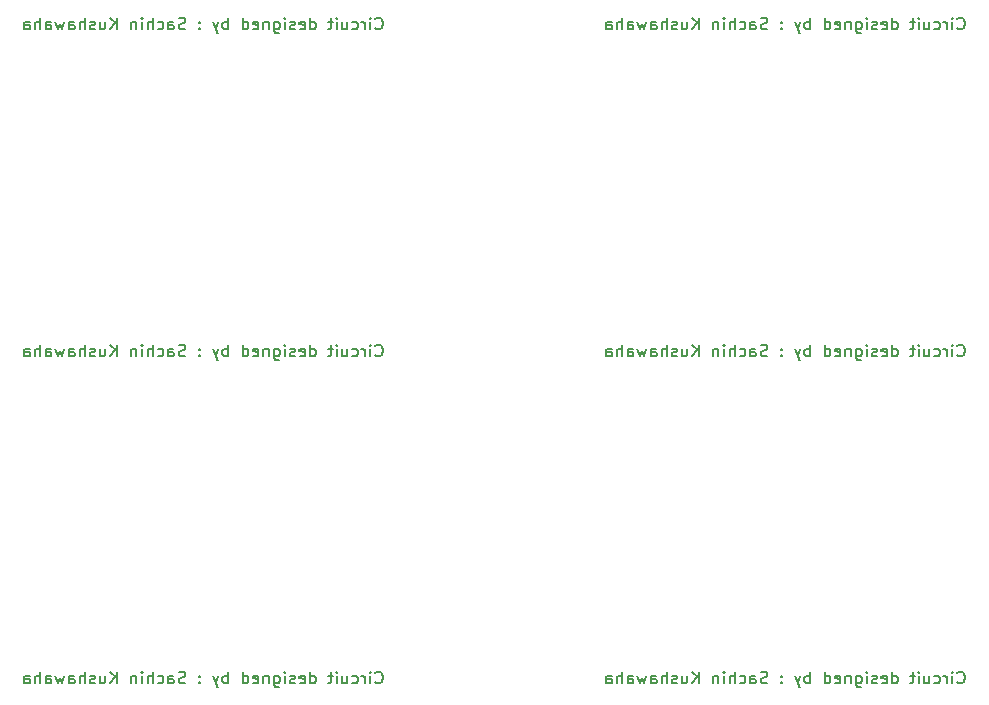
<source format=gbr>
G04 #@! TF.GenerationSoftware,KiCad,Pcbnew,5.1.4+dfsg1-1~bpo10+1*
G04 #@! TF.CreationDate,2022-07-21T16:49:21+05:30*
G04 #@! TF.ProjectId,555timer,35353574-696d-4657-922e-6b696361645f,rev?*
G04 #@! TF.SameCoordinates,Original*
G04 #@! TF.FileFunction,Legend,Bot*
G04 #@! TF.FilePolarity,Positive*
%FSLAX46Y46*%
G04 Gerber Fmt 4.6, Leading zero omitted, Abs format (unit mm)*
G04 Created by KiCad (PCBNEW 5.1.4+dfsg1-1~bpo10+1) date 2022-07-21 16:49:21*
%MOMM*%
%LPD*%
G04 APERTURE LIST*
%ADD10C,0.150000*%
G04 APERTURE END LIST*
D10*
X113885428Y-56237142D02*
X113933047Y-56284761D01*
X114075904Y-56332380D01*
X114171142Y-56332380D01*
X114314000Y-56284761D01*
X114409238Y-56189523D01*
X114456857Y-56094285D01*
X114504476Y-55903809D01*
X114504476Y-55760952D01*
X114456857Y-55570476D01*
X114409238Y-55475238D01*
X114314000Y-55380000D01*
X114171142Y-55332380D01*
X114075904Y-55332380D01*
X113933047Y-55380000D01*
X113885428Y-55427619D01*
X113456857Y-56332380D02*
X113456857Y-55665714D01*
X113456857Y-55332380D02*
X113504476Y-55380000D01*
X113456857Y-55427619D01*
X113409238Y-55380000D01*
X113456857Y-55332380D01*
X113456857Y-55427619D01*
X112980666Y-56332380D02*
X112980666Y-55665714D01*
X112980666Y-55856190D02*
X112933047Y-55760952D01*
X112885428Y-55713333D01*
X112790190Y-55665714D01*
X112694952Y-55665714D01*
X111933047Y-56284761D02*
X112028285Y-56332380D01*
X112218761Y-56332380D01*
X112314000Y-56284761D01*
X112361619Y-56237142D01*
X112409238Y-56141904D01*
X112409238Y-55856190D01*
X112361619Y-55760952D01*
X112314000Y-55713333D01*
X112218761Y-55665714D01*
X112028285Y-55665714D01*
X111933047Y-55713333D01*
X111075904Y-55665714D02*
X111075904Y-56332380D01*
X111504476Y-55665714D02*
X111504476Y-56189523D01*
X111456857Y-56284761D01*
X111361619Y-56332380D01*
X111218761Y-56332380D01*
X111123523Y-56284761D01*
X111075904Y-56237142D01*
X110599714Y-56332380D02*
X110599714Y-55665714D01*
X110599714Y-55332380D02*
X110647333Y-55380000D01*
X110599714Y-55427619D01*
X110552095Y-55380000D01*
X110599714Y-55332380D01*
X110599714Y-55427619D01*
X110266380Y-55665714D02*
X109885428Y-55665714D01*
X110123523Y-55332380D02*
X110123523Y-56189523D01*
X110075904Y-56284761D01*
X109980666Y-56332380D01*
X109885428Y-56332380D01*
X108361619Y-56332380D02*
X108361619Y-55332380D01*
X108361619Y-56284761D02*
X108456857Y-56332380D01*
X108647333Y-56332380D01*
X108742571Y-56284761D01*
X108790190Y-56237142D01*
X108837809Y-56141904D01*
X108837809Y-55856190D01*
X108790190Y-55760952D01*
X108742571Y-55713333D01*
X108647333Y-55665714D01*
X108456857Y-55665714D01*
X108361619Y-55713333D01*
X107504476Y-56284761D02*
X107599714Y-56332380D01*
X107790190Y-56332380D01*
X107885428Y-56284761D01*
X107933047Y-56189523D01*
X107933047Y-55808571D01*
X107885428Y-55713333D01*
X107790190Y-55665714D01*
X107599714Y-55665714D01*
X107504476Y-55713333D01*
X107456857Y-55808571D01*
X107456857Y-55903809D01*
X107933047Y-55999047D01*
X107075904Y-56284761D02*
X106980666Y-56332380D01*
X106790190Y-56332380D01*
X106694952Y-56284761D01*
X106647333Y-56189523D01*
X106647333Y-56141904D01*
X106694952Y-56046666D01*
X106790190Y-55999047D01*
X106933047Y-55999047D01*
X107028285Y-55951428D01*
X107075904Y-55856190D01*
X107075904Y-55808571D01*
X107028285Y-55713333D01*
X106933047Y-55665714D01*
X106790190Y-55665714D01*
X106694952Y-55713333D01*
X106218761Y-56332380D02*
X106218761Y-55665714D01*
X106218761Y-55332380D02*
X106266380Y-55380000D01*
X106218761Y-55427619D01*
X106171142Y-55380000D01*
X106218761Y-55332380D01*
X106218761Y-55427619D01*
X105314000Y-55665714D02*
X105314000Y-56475238D01*
X105361619Y-56570476D01*
X105409238Y-56618095D01*
X105504476Y-56665714D01*
X105647333Y-56665714D01*
X105742571Y-56618095D01*
X105314000Y-56284761D02*
X105409238Y-56332380D01*
X105599714Y-56332380D01*
X105694952Y-56284761D01*
X105742571Y-56237142D01*
X105790190Y-56141904D01*
X105790190Y-55856190D01*
X105742571Y-55760952D01*
X105694952Y-55713333D01*
X105599714Y-55665714D01*
X105409238Y-55665714D01*
X105314000Y-55713333D01*
X104837809Y-55665714D02*
X104837809Y-56332380D01*
X104837809Y-55760952D02*
X104790190Y-55713333D01*
X104694952Y-55665714D01*
X104552095Y-55665714D01*
X104456857Y-55713333D01*
X104409238Y-55808571D01*
X104409238Y-56332380D01*
X103552095Y-56284761D02*
X103647333Y-56332380D01*
X103837809Y-56332380D01*
X103933047Y-56284761D01*
X103980666Y-56189523D01*
X103980666Y-55808571D01*
X103933047Y-55713333D01*
X103837809Y-55665714D01*
X103647333Y-55665714D01*
X103552095Y-55713333D01*
X103504476Y-55808571D01*
X103504476Y-55903809D01*
X103980666Y-55999047D01*
X102647333Y-56332380D02*
X102647333Y-55332380D01*
X102647333Y-56284761D02*
X102742571Y-56332380D01*
X102933047Y-56332380D01*
X103028285Y-56284761D01*
X103075904Y-56237142D01*
X103123523Y-56141904D01*
X103123523Y-55856190D01*
X103075904Y-55760952D01*
X103028285Y-55713333D01*
X102933047Y-55665714D01*
X102742571Y-55665714D01*
X102647333Y-55713333D01*
X101409238Y-56332380D02*
X101409238Y-55332380D01*
X101409238Y-55713333D02*
X101314000Y-55665714D01*
X101123523Y-55665714D01*
X101028285Y-55713333D01*
X100980666Y-55760952D01*
X100933047Y-55856190D01*
X100933047Y-56141904D01*
X100980666Y-56237142D01*
X101028285Y-56284761D01*
X101123523Y-56332380D01*
X101314000Y-56332380D01*
X101409238Y-56284761D01*
X100599714Y-55665714D02*
X100361619Y-56332380D01*
X100123523Y-55665714D02*
X100361619Y-56332380D01*
X100456857Y-56570476D01*
X100504476Y-56618095D01*
X100599714Y-56665714D01*
X98980666Y-56237142D02*
X98933047Y-56284761D01*
X98980666Y-56332380D01*
X99028285Y-56284761D01*
X98980666Y-56237142D01*
X98980666Y-56332380D01*
X98980666Y-55713333D02*
X98933047Y-55760952D01*
X98980666Y-55808571D01*
X99028285Y-55760952D01*
X98980666Y-55713333D01*
X98980666Y-55808571D01*
X97790190Y-56284761D02*
X97647333Y-56332380D01*
X97409238Y-56332380D01*
X97314000Y-56284761D01*
X97266380Y-56237142D01*
X97218761Y-56141904D01*
X97218761Y-56046666D01*
X97266380Y-55951428D01*
X97314000Y-55903809D01*
X97409238Y-55856190D01*
X97599714Y-55808571D01*
X97694952Y-55760952D01*
X97742571Y-55713333D01*
X97790190Y-55618095D01*
X97790190Y-55522857D01*
X97742571Y-55427619D01*
X97694952Y-55380000D01*
X97599714Y-55332380D01*
X97361619Y-55332380D01*
X97218761Y-55380000D01*
X96361619Y-56332380D02*
X96361619Y-55808571D01*
X96409238Y-55713333D01*
X96504476Y-55665714D01*
X96694952Y-55665714D01*
X96790190Y-55713333D01*
X96361619Y-56284761D02*
X96456857Y-56332380D01*
X96694952Y-56332380D01*
X96790190Y-56284761D01*
X96837809Y-56189523D01*
X96837809Y-56094285D01*
X96790190Y-55999047D01*
X96694952Y-55951428D01*
X96456857Y-55951428D01*
X96361619Y-55903809D01*
X95456857Y-56284761D02*
X95552095Y-56332380D01*
X95742571Y-56332380D01*
X95837809Y-56284761D01*
X95885428Y-56237142D01*
X95933047Y-56141904D01*
X95933047Y-55856190D01*
X95885428Y-55760952D01*
X95837809Y-55713333D01*
X95742571Y-55665714D01*
X95552095Y-55665714D01*
X95456857Y-55713333D01*
X95028285Y-56332380D02*
X95028285Y-55332380D01*
X94599714Y-56332380D02*
X94599714Y-55808571D01*
X94647333Y-55713333D01*
X94742571Y-55665714D01*
X94885428Y-55665714D01*
X94980666Y-55713333D01*
X95028285Y-55760952D01*
X94123523Y-56332380D02*
X94123523Y-55665714D01*
X94123523Y-55332380D02*
X94171142Y-55380000D01*
X94123523Y-55427619D01*
X94075904Y-55380000D01*
X94123523Y-55332380D01*
X94123523Y-55427619D01*
X93647333Y-55665714D02*
X93647333Y-56332380D01*
X93647333Y-55760952D02*
X93599714Y-55713333D01*
X93504476Y-55665714D01*
X93361619Y-55665714D01*
X93266380Y-55713333D01*
X93218761Y-55808571D01*
X93218761Y-56332380D01*
X91980666Y-56332380D02*
X91980666Y-55332380D01*
X91409238Y-56332380D02*
X91837809Y-55760952D01*
X91409238Y-55332380D02*
X91980666Y-55903809D01*
X90552095Y-55665714D02*
X90552095Y-56332380D01*
X90980666Y-55665714D02*
X90980666Y-56189523D01*
X90933047Y-56284761D01*
X90837809Y-56332380D01*
X90694952Y-56332380D01*
X90599714Y-56284761D01*
X90552095Y-56237142D01*
X90123523Y-56284761D02*
X90028285Y-56332380D01*
X89837809Y-56332380D01*
X89742571Y-56284761D01*
X89694952Y-56189523D01*
X89694952Y-56141904D01*
X89742571Y-56046666D01*
X89837809Y-55999047D01*
X89980666Y-55999047D01*
X90075904Y-55951428D01*
X90123523Y-55856190D01*
X90123523Y-55808571D01*
X90075904Y-55713333D01*
X89980666Y-55665714D01*
X89837809Y-55665714D01*
X89742571Y-55713333D01*
X89266380Y-56332380D02*
X89266380Y-55332380D01*
X88837809Y-56332380D02*
X88837809Y-55808571D01*
X88885428Y-55713333D01*
X88980666Y-55665714D01*
X89123523Y-55665714D01*
X89218761Y-55713333D01*
X89266380Y-55760952D01*
X87933047Y-56332380D02*
X87933047Y-55808571D01*
X87980666Y-55713333D01*
X88075904Y-55665714D01*
X88266380Y-55665714D01*
X88361619Y-55713333D01*
X87933047Y-56284761D02*
X88028285Y-56332380D01*
X88266380Y-56332380D01*
X88361619Y-56284761D01*
X88409238Y-56189523D01*
X88409238Y-56094285D01*
X88361619Y-55999047D01*
X88266380Y-55951428D01*
X88028285Y-55951428D01*
X87933047Y-55903809D01*
X87552095Y-55665714D02*
X87361619Y-56332380D01*
X87171142Y-55856190D01*
X86980666Y-56332380D01*
X86790190Y-55665714D01*
X85980666Y-56332380D02*
X85980666Y-55808571D01*
X86028285Y-55713333D01*
X86123523Y-55665714D01*
X86314000Y-55665714D01*
X86409238Y-55713333D01*
X85980666Y-56284761D02*
X86075904Y-56332380D01*
X86314000Y-56332380D01*
X86409238Y-56284761D01*
X86456857Y-56189523D01*
X86456857Y-56094285D01*
X86409238Y-55999047D01*
X86314000Y-55951428D01*
X86075904Y-55951428D01*
X85980666Y-55903809D01*
X85504476Y-56332380D02*
X85504476Y-55332380D01*
X85075904Y-56332380D02*
X85075904Y-55808571D01*
X85123523Y-55713333D01*
X85218761Y-55665714D01*
X85361619Y-55665714D01*
X85456857Y-55713333D01*
X85504476Y-55760952D01*
X84171142Y-56332380D02*
X84171142Y-55808571D01*
X84218761Y-55713333D01*
X84314000Y-55665714D01*
X84504476Y-55665714D01*
X84599714Y-55713333D01*
X84171142Y-56284761D02*
X84266380Y-56332380D01*
X84504476Y-56332380D01*
X84599714Y-56284761D01*
X84647333Y-56189523D01*
X84647333Y-56094285D01*
X84599714Y-55999047D01*
X84504476Y-55951428D01*
X84266380Y-55951428D01*
X84171142Y-55903809D01*
X113885428Y-28551142D02*
X113933047Y-28598761D01*
X114075904Y-28646380D01*
X114171142Y-28646380D01*
X114314000Y-28598761D01*
X114409238Y-28503523D01*
X114456857Y-28408285D01*
X114504476Y-28217809D01*
X114504476Y-28074952D01*
X114456857Y-27884476D01*
X114409238Y-27789238D01*
X114314000Y-27694000D01*
X114171142Y-27646380D01*
X114075904Y-27646380D01*
X113933047Y-27694000D01*
X113885428Y-27741619D01*
X113456857Y-28646380D02*
X113456857Y-27979714D01*
X113456857Y-27646380D02*
X113504476Y-27694000D01*
X113456857Y-27741619D01*
X113409238Y-27694000D01*
X113456857Y-27646380D01*
X113456857Y-27741619D01*
X112980666Y-28646380D02*
X112980666Y-27979714D01*
X112980666Y-28170190D02*
X112933047Y-28074952D01*
X112885428Y-28027333D01*
X112790190Y-27979714D01*
X112694952Y-27979714D01*
X111933047Y-28598761D02*
X112028285Y-28646380D01*
X112218761Y-28646380D01*
X112314000Y-28598761D01*
X112361619Y-28551142D01*
X112409238Y-28455904D01*
X112409238Y-28170190D01*
X112361619Y-28074952D01*
X112314000Y-28027333D01*
X112218761Y-27979714D01*
X112028285Y-27979714D01*
X111933047Y-28027333D01*
X111075904Y-27979714D02*
X111075904Y-28646380D01*
X111504476Y-27979714D02*
X111504476Y-28503523D01*
X111456857Y-28598761D01*
X111361619Y-28646380D01*
X111218761Y-28646380D01*
X111123523Y-28598761D01*
X111075904Y-28551142D01*
X110599714Y-28646380D02*
X110599714Y-27979714D01*
X110599714Y-27646380D02*
X110647333Y-27694000D01*
X110599714Y-27741619D01*
X110552095Y-27694000D01*
X110599714Y-27646380D01*
X110599714Y-27741619D01*
X110266380Y-27979714D02*
X109885428Y-27979714D01*
X110123523Y-27646380D02*
X110123523Y-28503523D01*
X110075904Y-28598761D01*
X109980666Y-28646380D01*
X109885428Y-28646380D01*
X108361619Y-28646380D02*
X108361619Y-27646380D01*
X108361619Y-28598761D02*
X108456857Y-28646380D01*
X108647333Y-28646380D01*
X108742571Y-28598761D01*
X108790190Y-28551142D01*
X108837809Y-28455904D01*
X108837809Y-28170190D01*
X108790190Y-28074952D01*
X108742571Y-28027333D01*
X108647333Y-27979714D01*
X108456857Y-27979714D01*
X108361619Y-28027333D01*
X107504476Y-28598761D02*
X107599714Y-28646380D01*
X107790190Y-28646380D01*
X107885428Y-28598761D01*
X107933047Y-28503523D01*
X107933047Y-28122571D01*
X107885428Y-28027333D01*
X107790190Y-27979714D01*
X107599714Y-27979714D01*
X107504476Y-28027333D01*
X107456857Y-28122571D01*
X107456857Y-28217809D01*
X107933047Y-28313047D01*
X107075904Y-28598761D02*
X106980666Y-28646380D01*
X106790190Y-28646380D01*
X106694952Y-28598761D01*
X106647333Y-28503523D01*
X106647333Y-28455904D01*
X106694952Y-28360666D01*
X106790190Y-28313047D01*
X106933047Y-28313047D01*
X107028285Y-28265428D01*
X107075904Y-28170190D01*
X107075904Y-28122571D01*
X107028285Y-28027333D01*
X106933047Y-27979714D01*
X106790190Y-27979714D01*
X106694952Y-28027333D01*
X106218761Y-28646380D02*
X106218761Y-27979714D01*
X106218761Y-27646380D02*
X106266380Y-27694000D01*
X106218761Y-27741619D01*
X106171142Y-27694000D01*
X106218761Y-27646380D01*
X106218761Y-27741619D01*
X105314000Y-27979714D02*
X105314000Y-28789238D01*
X105361619Y-28884476D01*
X105409238Y-28932095D01*
X105504476Y-28979714D01*
X105647333Y-28979714D01*
X105742571Y-28932095D01*
X105314000Y-28598761D02*
X105409238Y-28646380D01*
X105599714Y-28646380D01*
X105694952Y-28598761D01*
X105742571Y-28551142D01*
X105790190Y-28455904D01*
X105790190Y-28170190D01*
X105742571Y-28074952D01*
X105694952Y-28027333D01*
X105599714Y-27979714D01*
X105409238Y-27979714D01*
X105314000Y-28027333D01*
X104837809Y-27979714D02*
X104837809Y-28646380D01*
X104837809Y-28074952D02*
X104790190Y-28027333D01*
X104694952Y-27979714D01*
X104552095Y-27979714D01*
X104456857Y-28027333D01*
X104409238Y-28122571D01*
X104409238Y-28646380D01*
X103552095Y-28598761D02*
X103647333Y-28646380D01*
X103837809Y-28646380D01*
X103933047Y-28598761D01*
X103980666Y-28503523D01*
X103980666Y-28122571D01*
X103933047Y-28027333D01*
X103837809Y-27979714D01*
X103647333Y-27979714D01*
X103552095Y-28027333D01*
X103504476Y-28122571D01*
X103504476Y-28217809D01*
X103980666Y-28313047D01*
X102647333Y-28646380D02*
X102647333Y-27646380D01*
X102647333Y-28598761D02*
X102742571Y-28646380D01*
X102933047Y-28646380D01*
X103028285Y-28598761D01*
X103075904Y-28551142D01*
X103123523Y-28455904D01*
X103123523Y-28170190D01*
X103075904Y-28074952D01*
X103028285Y-28027333D01*
X102933047Y-27979714D01*
X102742571Y-27979714D01*
X102647333Y-28027333D01*
X101409238Y-28646380D02*
X101409238Y-27646380D01*
X101409238Y-28027333D02*
X101314000Y-27979714D01*
X101123523Y-27979714D01*
X101028285Y-28027333D01*
X100980666Y-28074952D01*
X100933047Y-28170190D01*
X100933047Y-28455904D01*
X100980666Y-28551142D01*
X101028285Y-28598761D01*
X101123523Y-28646380D01*
X101314000Y-28646380D01*
X101409238Y-28598761D01*
X100599714Y-27979714D02*
X100361619Y-28646380D01*
X100123523Y-27979714D02*
X100361619Y-28646380D01*
X100456857Y-28884476D01*
X100504476Y-28932095D01*
X100599714Y-28979714D01*
X98980666Y-28551142D02*
X98933047Y-28598761D01*
X98980666Y-28646380D01*
X99028285Y-28598761D01*
X98980666Y-28551142D01*
X98980666Y-28646380D01*
X98980666Y-28027333D02*
X98933047Y-28074952D01*
X98980666Y-28122571D01*
X99028285Y-28074952D01*
X98980666Y-28027333D01*
X98980666Y-28122571D01*
X97790190Y-28598761D02*
X97647333Y-28646380D01*
X97409238Y-28646380D01*
X97314000Y-28598761D01*
X97266380Y-28551142D01*
X97218761Y-28455904D01*
X97218761Y-28360666D01*
X97266380Y-28265428D01*
X97314000Y-28217809D01*
X97409238Y-28170190D01*
X97599714Y-28122571D01*
X97694952Y-28074952D01*
X97742571Y-28027333D01*
X97790190Y-27932095D01*
X97790190Y-27836857D01*
X97742571Y-27741619D01*
X97694952Y-27694000D01*
X97599714Y-27646380D01*
X97361619Y-27646380D01*
X97218761Y-27694000D01*
X96361619Y-28646380D02*
X96361619Y-28122571D01*
X96409238Y-28027333D01*
X96504476Y-27979714D01*
X96694952Y-27979714D01*
X96790190Y-28027333D01*
X96361619Y-28598761D02*
X96456857Y-28646380D01*
X96694952Y-28646380D01*
X96790190Y-28598761D01*
X96837809Y-28503523D01*
X96837809Y-28408285D01*
X96790190Y-28313047D01*
X96694952Y-28265428D01*
X96456857Y-28265428D01*
X96361619Y-28217809D01*
X95456857Y-28598761D02*
X95552095Y-28646380D01*
X95742571Y-28646380D01*
X95837809Y-28598761D01*
X95885428Y-28551142D01*
X95933047Y-28455904D01*
X95933047Y-28170190D01*
X95885428Y-28074952D01*
X95837809Y-28027333D01*
X95742571Y-27979714D01*
X95552095Y-27979714D01*
X95456857Y-28027333D01*
X95028285Y-28646380D02*
X95028285Y-27646380D01*
X94599714Y-28646380D02*
X94599714Y-28122571D01*
X94647333Y-28027333D01*
X94742571Y-27979714D01*
X94885428Y-27979714D01*
X94980666Y-28027333D01*
X95028285Y-28074952D01*
X94123523Y-28646380D02*
X94123523Y-27979714D01*
X94123523Y-27646380D02*
X94171142Y-27694000D01*
X94123523Y-27741619D01*
X94075904Y-27694000D01*
X94123523Y-27646380D01*
X94123523Y-27741619D01*
X93647333Y-27979714D02*
X93647333Y-28646380D01*
X93647333Y-28074952D02*
X93599714Y-28027333D01*
X93504476Y-27979714D01*
X93361619Y-27979714D01*
X93266380Y-28027333D01*
X93218761Y-28122571D01*
X93218761Y-28646380D01*
X91980666Y-28646380D02*
X91980666Y-27646380D01*
X91409238Y-28646380D02*
X91837809Y-28074952D01*
X91409238Y-27646380D02*
X91980666Y-28217809D01*
X90552095Y-27979714D02*
X90552095Y-28646380D01*
X90980666Y-27979714D02*
X90980666Y-28503523D01*
X90933047Y-28598761D01*
X90837809Y-28646380D01*
X90694952Y-28646380D01*
X90599714Y-28598761D01*
X90552095Y-28551142D01*
X90123523Y-28598761D02*
X90028285Y-28646380D01*
X89837809Y-28646380D01*
X89742571Y-28598761D01*
X89694952Y-28503523D01*
X89694952Y-28455904D01*
X89742571Y-28360666D01*
X89837809Y-28313047D01*
X89980666Y-28313047D01*
X90075904Y-28265428D01*
X90123523Y-28170190D01*
X90123523Y-28122571D01*
X90075904Y-28027333D01*
X89980666Y-27979714D01*
X89837809Y-27979714D01*
X89742571Y-28027333D01*
X89266380Y-28646380D02*
X89266380Y-27646380D01*
X88837809Y-28646380D02*
X88837809Y-28122571D01*
X88885428Y-28027333D01*
X88980666Y-27979714D01*
X89123523Y-27979714D01*
X89218761Y-28027333D01*
X89266380Y-28074952D01*
X87933047Y-28646380D02*
X87933047Y-28122571D01*
X87980666Y-28027333D01*
X88075904Y-27979714D01*
X88266380Y-27979714D01*
X88361619Y-28027333D01*
X87933047Y-28598761D02*
X88028285Y-28646380D01*
X88266380Y-28646380D01*
X88361619Y-28598761D01*
X88409238Y-28503523D01*
X88409238Y-28408285D01*
X88361619Y-28313047D01*
X88266380Y-28265428D01*
X88028285Y-28265428D01*
X87933047Y-28217809D01*
X87552095Y-27979714D02*
X87361619Y-28646380D01*
X87171142Y-28170190D01*
X86980666Y-28646380D01*
X86790190Y-27979714D01*
X85980666Y-28646380D02*
X85980666Y-28122571D01*
X86028285Y-28027333D01*
X86123523Y-27979714D01*
X86314000Y-27979714D01*
X86409238Y-28027333D01*
X85980666Y-28598761D02*
X86075904Y-28646380D01*
X86314000Y-28646380D01*
X86409238Y-28598761D01*
X86456857Y-28503523D01*
X86456857Y-28408285D01*
X86409238Y-28313047D01*
X86314000Y-28265428D01*
X86075904Y-28265428D01*
X85980666Y-28217809D01*
X85504476Y-28646380D02*
X85504476Y-27646380D01*
X85075904Y-28646380D02*
X85075904Y-28122571D01*
X85123523Y-28027333D01*
X85218761Y-27979714D01*
X85361619Y-27979714D01*
X85456857Y-28027333D01*
X85504476Y-28074952D01*
X84171142Y-28646380D02*
X84171142Y-28122571D01*
X84218761Y-28027333D01*
X84314000Y-27979714D01*
X84504476Y-27979714D01*
X84599714Y-28027333D01*
X84171142Y-28598761D02*
X84266380Y-28646380D01*
X84504476Y-28646380D01*
X84599714Y-28598761D01*
X84647333Y-28503523D01*
X84647333Y-28408285D01*
X84599714Y-28313047D01*
X84504476Y-28265428D01*
X84266380Y-28265428D01*
X84171142Y-28217809D01*
X113885428Y-83923142D02*
X113933047Y-83970761D01*
X114075904Y-84018380D01*
X114171142Y-84018380D01*
X114314000Y-83970761D01*
X114409238Y-83875523D01*
X114456857Y-83780285D01*
X114504476Y-83589809D01*
X114504476Y-83446952D01*
X114456857Y-83256476D01*
X114409238Y-83161238D01*
X114314000Y-83066000D01*
X114171142Y-83018380D01*
X114075904Y-83018380D01*
X113933047Y-83066000D01*
X113885428Y-83113619D01*
X113456857Y-84018380D02*
X113456857Y-83351714D01*
X113456857Y-83018380D02*
X113504476Y-83066000D01*
X113456857Y-83113619D01*
X113409238Y-83066000D01*
X113456857Y-83018380D01*
X113456857Y-83113619D01*
X112980666Y-84018380D02*
X112980666Y-83351714D01*
X112980666Y-83542190D02*
X112933047Y-83446952D01*
X112885428Y-83399333D01*
X112790190Y-83351714D01*
X112694952Y-83351714D01*
X111933047Y-83970761D02*
X112028285Y-84018380D01*
X112218761Y-84018380D01*
X112314000Y-83970761D01*
X112361619Y-83923142D01*
X112409238Y-83827904D01*
X112409238Y-83542190D01*
X112361619Y-83446952D01*
X112314000Y-83399333D01*
X112218761Y-83351714D01*
X112028285Y-83351714D01*
X111933047Y-83399333D01*
X111075904Y-83351714D02*
X111075904Y-84018380D01*
X111504476Y-83351714D02*
X111504476Y-83875523D01*
X111456857Y-83970761D01*
X111361619Y-84018380D01*
X111218761Y-84018380D01*
X111123523Y-83970761D01*
X111075904Y-83923142D01*
X110599714Y-84018380D02*
X110599714Y-83351714D01*
X110599714Y-83018380D02*
X110647333Y-83066000D01*
X110599714Y-83113619D01*
X110552095Y-83066000D01*
X110599714Y-83018380D01*
X110599714Y-83113619D01*
X110266380Y-83351714D02*
X109885428Y-83351714D01*
X110123523Y-83018380D02*
X110123523Y-83875523D01*
X110075904Y-83970761D01*
X109980666Y-84018380D01*
X109885428Y-84018380D01*
X108361619Y-84018380D02*
X108361619Y-83018380D01*
X108361619Y-83970761D02*
X108456857Y-84018380D01*
X108647333Y-84018380D01*
X108742571Y-83970761D01*
X108790190Y-83923142D01*
X108837809Y-83827904D01*
X108837809Y-83542190D01*
X108790190Y-83446952D01*
X108742571Y-83399333D01*
X108647333Y-83351714D01*
X108456857Y-83351714D01*
X108361619Y-83399333D01*
X107504476Y-83970761D02*
X107599714Y-84018380D01*
X107790190Y-84018380D01*
X107885428Y-83970761D01*
X107933047Y-83875523D01*
X107933047Y-83494571D01*
X107885428Y-83399333D01*
X107790190Y-83351714D01*
X107599714Y-83351714D01*
X107504476Y-83399333D01*
X107456857Y-83494571D01*
X107456857Y-83589809D01*
X107933047Y-83685047D01*
X107075904Y-83970761D02*
X106980666Y-84018380D01*
X106790190Y-84018380D01*
X106694952Y-83970761D01*
X106647333Y-83875523D01*
X106647333Y-83827904D01*
X106694952Y-83732666D01*
X106790190Y-83685047D01*
X106933047Y-83685047D01*
X107028285Y-83637428D01*
X107075904Y-83542190D01*
X107075904Y-83494571D01*
X107028285Y-83399333D01*
X106933047Y-83351714D01*
X106790190Y-83351714D01*
X106694952Y-83399333D01*
X106218761Y-84018380D02*
X106218761Y-83351714D01*
X106218761Y-83018380D02*
X106266380Y-83066000D01*
X106218761Y-83113619D01*
X106171142Y-83066000D01*
X106218761Y-83018380D01*
X106218761Y-83113619D01*
X105314000Y-83351714D02*
X105314000Y-84161238D01*
X105361619Y-84256476D01*
X105409238Y-84304095D01*
X105504476Y-84351714D01*
X105647333Y-84351714D01*
X105742571Y-84304095D01*
X105314000Y-83970761D02*
X105409238Y-84018380D01*
X105599714Y-84018380D01*
X105694952Y-83970761D01*
X105742571Y-83923142D01*
X105790190Y-83827904D01*
X105790190Y-83542190D01*
X105742571Y-83446952D01*
X105694952Y-83399333D01*
X105599714Y-83351714D01*
X105409238Y-83351714D01*
X105314000Y-83399333D01*
X104837809Y-83351714D02*
X104837809Y-84018380D01*
X104837809Y-83446952D02*
X104790190Y-83399333D01*
X104694952Y-83351714D01*
X104552095Y-83351714D01*
X104456857Y-83399333D01*
X104409238Y-83494571D01*
X104409238Y-84018380D01*
X103552095Y-83970761D02*
X103647333Y-84018380D01*
X103837809Y-84018380D01*
X103933047Y-83970761D01*
X103980666Y-83875523D01*
X103980666Y-83494571D01*
X103933047Y-83399333D01*
X103837809Y-83351714D01*
X103647333Y-83351714D01*
X103552095Y-83399333D01*
X103504476Y-83494571D01*
X103504476Y-83589809D01*
X103980666Y-83685047D01*
X102647333Y-84018380D02*
X102647333Y-83018380D01*
X102647333Y-83970761D02*
X102742571Y-84018380D01*
X102933047Y-84018380D01*
X103028285Y-83970761D01*
X103075904Y-83923142D01*
X103123523Y-83827904D01*
X103123523Y-83542190D01*
X103075904Y-83446952D01*
X103028285Y-83399333D01*
X102933047Y-83351714D01*
X102742571Y-83351714D01*
X102647333Y-83399333D01*
X101409238Y-84018380D02*
X101409238Y-83018380D01*
X101409238Y-83399333D02*
X101314000Y-83351714D01*
X101123523Y-83351714D01*
X101028285Y-83399333D01*
X100980666Y-83446952D01*
X100933047Y-83542190D01*
X100933047Y-83827904D01*
X100980666Y-83923142D01*
X101028285Y-83970761D01*
X101123523Y-84018380D01*
X101314000Y-84018380D01*
X101409238Y-83970761D01*
X100599714Y-83351714D02*
X100361619Y-84018380D01*
X100123523Y-83351714D02*
X100361619Y-84018380D01*
X100456857Y-84256476D01*
X100504476Y-84304095D01*
X100599714Y-84351714D01*
X98980666Y-83923142D02*
X98933047Y-83970761D01*
X98980666Y-84018380D01*
X99028285Y-83970761D01*
X98980666Y-83923142D01*
X98980666Y-84018380D01*
X98980666Y-83399333D02*
X98933047Y-83446952D01*
X98980666Y-83494571D01*
X99028285Y-83446952D01*
X98980666Y-83399333D01*
X98980666Y-83494571D01*
X97790190Y-83970761D02*
X97647333Y-84018380D01*
X97409238Y-84018380D01*
X97314000Y-83970761D01*
X97266380Y-83923142D01*
X97218761Y-83827904D01*
X97218761Y-83732666D01*
X97266380Y-83637428D01*
X97314000Y-83589809D01*
X97409238Y-83542190D01*
X97599714Y-83494571D01*
X97694952Y-83446952D01*
X97742571Y-83399333D01*
X97790190Y-83304095D01*
X97790190Y-83208857D01*
X97742571Y-83113619D01*
X97694952Y-83066000D01*
X97599714Y-83018380D01*
X97361619Y-83018380D01*
X97218761Y-83066000D01*
X96361619Y-84018380D02*
X96361619Y-83494571D01*
X96409238Y-83399333D01*
X96504476Y-83351714D01*
X96694952Y-83351714D01*
X96790190Y-83399333D01*
X96361619Y-83970761D02*
X96456857Y-84018380D01*
X96694952Y-84018380D01*
X96790190Y-83970761D01*
X96837809Y-83875523D01*
X96837809Y-83780285D01*
X96790190Y-83685047D01*
X96694952Y-83637428D01*
X96456857Y-83637428D01*
X96361619Y-83589809D01*
X95456857Y-83970761D02*
X95552095Y-84018380D01*
X95742571Y-84018380D01*
X95837809Y-83970761D01*
X95885428Y-83923142D01*
X95933047Y-83827904D01*
X95933047Y-83542190D01*
X95885428Y-83446952D01*
X95837809Y-83399333D01*
X95742571Y-83351714D01*
X95552095Y-83351714D01*
X95456857Y-83399333D01*
X95028285Y-84018380D02*
X95028285Y-83018380D01*
X94599714Y-84018380D02*
X94599714Y-83494571D01*
X94647333Y-83399333D01*
X94742571Y-83351714D01*
X94885428Y-83351714D01*
X94980666Y-83399333D01*
X95028285Y-83446952D01*
X94123523Y-84018380D02*
X94123523Y-83351714D01*
X94123523Y-83018380D02*
X94171142Y-83066000D01*
X94123523Y-83113619D01*
X94075904Y-83066000D01*
X94123523Y-83018380D01*
X94123523Y-83113619D01*
X93647333Y-83351714D02*
X93647333Y-84018380D01*
X93647333Y-83446952D02*
X93599714Y-83399333D01*
X93504476Y-83351714D01*
X93361619Y-83351714D01*
X93266380Y-83399333D01*
X93218761Y-83494571D01*
X93218761Y-84018380D01*
X91980666Y-84018380D02*
X91980666Y-83018380D01*
X91409238Y-84018380D02*
X91837809Y-83446952D01*
X91409238Y-83018380D02*
X91980666Y-83589809D01*
X90552095Y-83351714D02*
X90552095Y-84018380D01*
X90980666Y-83351714D02*
X90980666Y-83875523D01*
X90933047Y-83970761D01*
X90837809Y-84018380D01*
X90694952Y-84018380D01*
X90599714Y-83970761D01*
X90552095Y-83923142D01*
X90123523Y-83970761D02*
X90028285Y-84018380D01*
X89837809Y-84018380D01*
X89742571Y-83970761D01*
X89694952Y-83875523D01*
X89694952Y-83827904D01*
X89742571Y-83732666D01*
X89837809Y-83685047D01*
X89980666Y-83685047D01*
X90075904Y-83637428D01*
X90123523Y-83542190D01*
X90123523Y-83494571D01*
X90075904Y-83399333D01*
X89980666Y-83351714D01*
X89837809Y-83351714D01*
X89742571Y-83399333D01*
X89266380Y-84018380D02*
X89266380Y-83018380D01*
X88837809Y-84018380D02*
X88837809Y-83494571D01*
X88885428Y-83399333D01*
X88980666Y-83351714D01*
X89123523Y-83351714D01*
X89218761Y-83399333D01*
X89266380Y-83446952D01*
X87933047Y-84018380D02*
X87933047Y-83494571D01*
X87980666Y-83399333D01*
X88075904Y-83351714D01*
X88266380Y-83351714D01*
X88361619Y-83399333D01*
X87933047Y-83970761D02*
X88028285Y-84018380D01*
X88266380Y-84018380D01*
X88361619Y-83970761D01*
X88409238Y-83875523D01*
X88409238Y-83780285D01*
X88361619Y-83685047D01*
X88266380Y-83637428D01*
X88028285Y-83637428D01*
X87933047Y-83589809D01*
X87552095Y-83351714D02*
X87361619Y-84018380D01*
X87171142Y-83542190D01*
X86980666Y-84018380D01*
X86790190Y-83351714D01*
X85980666Y-84018380D02*
X85980666Y-83494571D01*
X86028285Y-83399333D01*
X86123523Y-83351714D01*
X86314000Y-83351714D01*
X86409238Y-83399333D01*
X85980666Y-83970761D02*
X86075904Y-84018380D01*
X86314000Y-84018380D01*
X86409238Y-83970761D01*
X86456857Y-83875523D01*
X86456857Y-83780285D01*
X86409238Y-83685047D01*
X86314000Y-83637428D01*
X86075904Y-83637428D01*
X85980666Y-83589809D01*
X85504476Y-84018380D02*
X85504476Y-83018380D01*
X85075904Y-84018380D02*
X85075904Y-83494571D01*
X85123523Y-83399333D01*
X85218761Y-83351714D01*
X85361619Y-83351714D01*
X85456857Y-83399333D01*
X85504476Y-83446952D01*
X84171142Y-84018380D02*
X84171142Y-83494571D01*
X84218761Y-83399333D01*
X84314000Y-83351714D01*
X84504476Y-83351714D01*
X84599714Y-83399333D01*
X84171142Y-83970761D02*
X84266380Y-84018380D01*
X84504476Y-84018380D01*
X84599714Y-83970761D01*
X84647333Y-83875523D01*
X84647333Y-83780285D01*
X84599714Y-83685047D01*
X84504476Y-83637428D01*
X84266380Y-83637428D01*
X84171142Y-83589809D01*
X64609428Y-83923142D02*
X64657047Y-83970761D01*
X64799904Y-84018380D01*
X64895142Y-84018380D01*
X65038000Y-83970761D01*
X65133238Y-83875523D01*
X65180857Y-83780285D01*
X65228476Y-83589809D01*
X65228476Y-83446952D01*
X65180857Y-83256476D01*
X65133238Y-83161238D01*
X65038000Y-83066000D01*
X64895142Y-83018380D01*
X64799904Y-83018380D01*
X64657047Y-83066000D01*
X64609428Y-83113619D01*
X64180857Y-84018380D02*
X64180857Y-83351714D01*
X64180857Y-83018380D02*
X64228476Y-83066000D01*
X64180857Y-83113619D01*
X64133238Y-83066000D01*
X64180857Y-83018380D01*
X64180857Y-83113619D01*
X63704666Y-84018380D02*
X63704666Y-83351714D01*
X63704666Y-83542190D02*
X63657047Y-83446952D01*
X63609428Y-83399333D01*
X63514190Y-83351714D01*
X63418952Y-83351714D01*
X62657047Y-83970761D02*
X62752285Y-84018380D01*
X62942761Y-84018380D01*
X63038000Y-83970761D01*
X63085619Y-83923142D01*
X63133238Y-83827904D01*
X63133238Y-83542190D01*
X63085619Y-83446952D01*
X63038000Y-83399333D01*
X62942761Y-83351714D01*
X62752285Y-83351714D01*
X62657047Y-83399333D01*
X61799904Y-83351714D02*
X61799904Y-84018380D01*
X62228476Y-83351714D02*
X62228476Y-83875523D01*
X62180857Y-83970761D01*
X62085619Y-84018380D01*
X61942761Y-84018380D01*
X61847523Y-83970761D01*
X61799904Y-83923142D01*
X61323714Y-84018380D02*
X61323714Y-83351714D01*
X61323714Y-83018380D02*
X61371333Y-83066000D01*
X61323714Y-83113619D01*
X61276095Y-83066000D01*
X61323714Y-83018380D01*
X61323714Y-83113619D01*
X60990380Y-83351714D02*
X60609428Y-83351714D01*
X60847523Y-83018380D02*
X60847523Y-83875523D01*
X60799904Y-83970761D01*
X60704666Y-84018380D01*
X60609428Y-84018380D01*
X59085619Y-84018380D02*
X59085619Y-83018380D01*
X59085619Y-83970761D02*
X59180857Y-84018380D01*
X59371333Y-84018380D01*
X59466571Y-83970761D01*
X59514190Y-83923142D01*
X59561809Y-83827904D01*
X59561809Y-83542190D01*
X59514190Y-83446952D01*
X59466571Y-83399333D01*
X59371333Y-83351714D01*
X59180857Y-83351714D01*
X59085619Y-83399333D01*
X58228476Y-83970761D02*
X58323714Y-84018380D01*
X58514190Y-84018380D01*
X58609428Y-83970761D01*
X58657047Y-83875523D01*
X58657047Y-83494571D01*
X58609428Y-83399333D01*
X58514190Y-83351714D01*
X58323714Y-83351714D01*
X58228476Y-83399333D01*
X58180857Y-83494571D01*
X58180857Y-83589809D01*
X58657047Y-83685047D01*
X57799904Y-83970761D02*
X57704666Y-84018380D01*
X57514190Y-84018380D01*
X57418952Y-83970761D01*
X57371333Y-83875523D01*
X57371333Y-83827904D01*
X57418952Y-83732666D01*
X57514190Y-83685047D01*
X57657047Y-83685047D01*
X57752285Y-83637428D01*
X57799904Y-83542190D01*
X57799904Y-83494571D01*
X57752285Y-83399333D01*
X57657047Y-83351714D01*
X57514190Y-83351714D01*
X57418952Y-83399333D01*
X56942761Y-84018380D02*
X56942761Y-83351714D01*
X56942761Y-83018380D02*
X56990380Y-83066000D01*
X56942761Y-83113619D01*
X56895142Y-83066000D01*
X56942761Y-83018380D01*
X56942761Y-83113619D01*
X56038000Y-83351714D02*
X56038000Y-84161238D01*
X56085619Y-84256476D01*
X56133238Y-84304095D01*
X56228476Y-84351714D01*
X56371333Y-84351714D01*
X56466571Y-84304095D01*
X56038000Y-83970761D02*
X56133238Y-84018380D01*
X56323714Y-84018380D01*
X56418952Y-83970761D01*
X56466571Y-83923142D01*
X56514190Y-83827904D01*
X56514190Y-83542190D01*
X56466571Y-83446952D01*
X56418952Y-83399333D01*
X56323714Y-83351714D01*
X56133238Y-83351714D01*
X56038000Y-83399333D01*
X55561809Y-83351714D02*
X55561809Y-84018380D01*
X55561809Y-83446952D02*
X55514190Y-83399333D01*
X55418952Y-83351714D01*
X55276095Y-83351714D01*
X55180857Y-83399333D01*
X55133238Y-83494571D01*
X55133238Y-84018380D01*
X54276095Y-83970761D02*
X54371333Y-84018380D01*
X54561809Y-84018380D01*
X54657047Y-83970761D01*
X54704666Y-83875523D01*
X54704666Y-83494571D01*
X54657047Y-83399333D01*
X54561809Y-83351714D01*
X54371333Y-83351714D01*
X54276095Y-83399333D01*
X54228476Y-83494571D01*
X54228476Y-83589809D01*
X54704666Y-83685047D01*
X53371333Y-84018380D02*
X53371333Y-83018380D01*
X53371333Y-83970761D02*
X53466571Y-84018380D01*
X53657047Y-84018380D01*
X53752285Y-83970761D01*
X53799904Y-83923142D01*
X53847523Y-83827904D01*
X53847523Y-83542190D01*
X53799904Y-83446952D01*
X53752285Y-83399333D01*
X53657047Y-83351714D01*
X53466571Y-83351714D01*
X53371333Y-83399333D01*
X52133238Y-84018380D02*
X52133238Y-83018380D01*
X52133238Y-83399333D02*
X52038000Y-83351714D01*
X51847523Y-83351714D01*
X51752285Y-83399333D01*
X51704666Y-83446952D01*
X51657047Y-83542190D01*
X51657047Y-83827904D01*
X51704666Y-83923142D01*
X51752285Y-83970761D01*
X51847523Y-84018380D01*
X52038000Y-84018380D01*
X52133238Y-83970761D01*
X51323714Y-83351714D02*
X51085619Y-84018380D01*
X50847523Y-83351714D02*
X51085619Y-84018380D01*
X51180857Y-84256476D01*
X51228476Y-84304095D01*
X51323714Y-84351714D01*
X49704666Y-83923142D02*
X49657047Y-83970761D01*
X49704666Y-84018380D01*
X49752285Y-83970761D01*
X49704666Y-83923142D01*
X49704666Y-84018380D01*
X49704666Y-83399333D02*
X49657047Y-83446952D01*
X49704666Y-83494571D01*
X49752285Y-83446952D01*
X49704666Y-83399333D01*
X49704666Y-83494571D01*
X48514190Y-83970761D02*
X48371333Y-84018380D01*
X48133238Y-84018380D01*
X48038000Y-83970761D01*
X47990380Y-83923142D01*
X47942761Y-83827904D01*
X47942761Y-83732666D01*
X47990380Y-83637428D01*
X48038000Y-83589809D01*
X48133238Y-83542190D01*
X48323714Y-83494571D01*
X48418952Y-83446952D01*
X48466571Y-83399333D01*
X48514190Y-83304095D01*
X48514190Y-83208857D01*
X48466571Y-83113619D01*
X48418952Y-83066000D01*
X48323714Y-83018380D01*
X48085619Y-83018380D01*
X47942761Y-83066000D01*
X47085619Y-84018380D02*
X47085619Y-83494571D01*
X47133238Y-83399333D01*
X47228476Y-83351714D01*
X47418952Y-83351714D01*
X47514190Y-83399333D01*
X47085619Y-83970761D02*
X47180857Y-84018380D01*
X47418952Y-84018380D01*
X47514190Y-83970761D01*
X47561809Y-83875523D01*
X47561809Y-83780285D01*
X47514190Y-83685047D01*
X47418952Y-83637428D01*
X47180857Y-83637428D01*
X47085619Y-83589809D01*
X46180857Y-83970761D02*
X46276095Y-84018380D01*
X46466571Y-84018380D01*
X46561809Y-83970761D01*
X46609428Y-83923142D01*
X46657047Y-83827904D01*
X46657047Y-83542190D01*
X46609428Y-83446952D01*
X46561809Y-83399333D01*
X46466571Y-83351714D01*
X46276095Y-83351714D01*
X46180857Y-83399333D01*
X45752285Y-84018380D02*
X45752285Y-83018380D01*
X45323714Y-84018380D02*
X45323714Y-83494571D01*
X45371333Y-83399333D01*
X45466571Y-83351714D01*
X45609428Y-83351714D01*
X45704666Y-83399333D01*
X45752285Y-83446952D01*
X44847523Y-84018380D02*
X44847523Y-83351714D01*
X44847523Y-83018380D02*
X44895142Y-83066000D01*
X44847523Y-83113619D01*
X44799904Y-83066000D01*
X44847523Y-83018380D01*
X44847523Y-83113619D01*
X44371333Y-83351714D02*
X44371333Y-84018380D01*
X44371333Y-83446952D02*
X44323714Y-83399333D01*
X44228476Y-83351714D01*
X44085619Y-83351714D01*
X43990380Y-83399333D01*
X43942761Y-83494571D01*
X43942761Y-84018380D01*
X42704666Y-84018380D02*
X42704666Y-83018380D01*
X42133238Y-84018380D02*
X42561809Y-83446952D01*
X42133238Y-83018380D02*
X42704666Y-83589809D01*
X41276095Y-83351714D02*
X41276095Y-84018380D01*
X41704666Y-83351714D02*
X41704666Y-83875523D01*
X41657047Y-83970761D01*
X41561809Y-84018380D01*
X41418952Y-84018380D01*
X41323714Y-83970761D01*
X41276095Y-83923142D01*
X40847523Y-83970761D02*
X40752285Y-84018380D01*
X40561809Y-84018380D01*
X40466571Y-83970761D01*
X40418952Y-83875523D01*
X40418952Y-83827904D01*
X40466571Y-83732666D01*
X40561809Y-83685047D01*
X40704666Y-83685047D01*
X40799904Y-83637428D01*
X40847523Y-83542190D01*
X40847523Y-83494571D01*
X40799904Y-83399333D01*
X40704666Y-83351714D01*
X40561809Y-83351714D01*
X40466571Y-83399333D01*
X39990380Y-84018380D02*
X39990380Y-83018380D01*
X39561809Y-84018380D02*
X39561809Y-83494571D01*
X39609428Y-83399333D01*
X39704666Y-83351714D01*
X39847523Y-83351714D01*
X39942761Y-83399333D01*
X39990380Y-83446952D01*
X38657047Y-84018380D02*
X38657047Y-83494571D01*
X38704666Y-83399333D01*
X38799904Y-83351714D01*
X38990380Y-83351714D01*
X39085619Y-83399333D01*
X38657047Y-83970761D02*
X38752285Y-84018380D01*
X38990380Y-84018380D01*
X39085619Y-83970761D01*
X39133238Y-83875523D01*
X39133238Y-83780285D01*
X39085619Y-83685047D01*
X38990380Y-83637428D01*
X38752285Y-83637428D01*
X38657047Y-83589809D01*
X38276095Y-83351714D02*
X38085619Y-84018380D01*
X37895142Y-83542190D01*
X37704666Y-84018380D01*
X37514190Y-83351714D01*
X36704666Y-84018380D02*
X36704666Y-83494571D01*
X36752285Y-83399333D01*
X36847523Y-83351714D01*
X37038000Y-83351714D01*
X37133238Y-83399333D01*
X36704666Y-83970761D02*
X36799904Y-84018380D01*
X37038000Y-84018380D01*
X37133238Y-83970761D01*
X37180857Y-83875523D01*
X37180857Y-83780285D01*
X37133238Y-83685047D01*
X37038000Y-83637428D01*
X36799904Y-83637428D01*
X36704666Y-83589809D01*
X36228476Y-84018380D02*
X36228476Y-83018380D01*
X35799904Y-84018380D02*
X35799904Y-83494571D01*
X35847523Y-83399333D01*
X35942761Y-83351714D01*
X36085619Y-83351714D01*
X36180857Y-83399333D01*
X36228476Y-83446952D01*
X34895142Y-84018380D02*
X34895142Y-83494571D01*
X34942761Y-83399333D01*
X35038000Y-83351714D01*
X35228476Y-83351714D01*
X35323714Y-83399333D01*
X34895142Y-83970761D02*
X34990380Y-84018380D01*
X35228476Y-84018380D01*
X35323714Y-83970761D01*
X35371333Y-83875523D01*
X35371333Y-83780285D01*
X35323714Y-83685047D01*
X35228476Y-83637428D01*
X34990380Y-83637428D01*
X34895142Y-83589809D01*
X64609428Y-56237142D02*
X64657047Y-56284761D01*
X64799904Y-56332380D01*
X64895142Y-56332380D01*
X65038000Y-56284761D01*
X65133238Y-56189523D01*
X65180857Y-56094285D01*
X65228476Y-55903809D01*
X65228476Y-55760952D01*
X65180857Y-55570476D01*
X65133238Y-55475238D01*
X65038000Y-55380000D01*
X64895142Y-55332380D01*
X64799904Y-55332380D01*
X64657047Y-55380000D01*
X64609428Y-55427619D01*
X64180857Y-56332380D02*
X64180857Y-55665714D01*
X64180857Y-55332380D02*
X64228476Y-55380000D01*
X64180857Y-55427619D01*
X64133238Y-55380000D01*
X64180857Y-55332380D01*
X64180857Y-55427619D01*
X63704666Y-56332380D02*
X63704666Y-55665714D01*
X63704666Y-55856190D02*
X63657047Y-55760952D01*
X63609428Y-55713333D01*
X63514190Y-55665714D01*
X63418952Y-55665714D01*
X62657047Y-56284761D02*
X62752285Y-56332380D01*
X62942761Y-56332380D01*
X63038000Y-56284761D01*
X63085619Y-56237142D01*
X63133238Y-56141904D01*
X63133238Y-55856190D01*
X63085619Y-55760952D01*
X63038000Y-55713333D01*
X62942761Y-55665714D01*
X62752285Y-55665714D01*
X62657047Y-55713333D01*
X61799904Y-55665714D02*
X61799904Y-56332380D01*
X62228476Y-55665714D02*
X62228476Y-56189523D01*
X62180857Y-56284761D01*
X62085619Y-56332380D01*
X61942761Y-56332380D01*
X61847523Y-56284761D01*
X61799904Y-56237142D01*
X61323714Y-56332380D02*
X61323714Y-55665714D01*
X61323714Y-55332380D02*
X61371333Y-55380000D01*
X61323714Y-55427619D01*
X61276095Y-55380000D01*
X61323714Y-55332380D01*
X61323714Y-55427619D01*
X60990380Y-55665714D02*
X60609428Y-55665714D01*
X60847523Y-55332380D02*
X60847523Y-56189523D01*
X60799904Y-56284761D01*
X60704666Y-56332380D01*
X60609428Y-56332380D01*
X59085619Y-56332380D02*
X59085619Y-55332380D01*
X59085619Y-56284761D02*
X59180857Y-56332380D01*
X59371333Y-56332380D01*
X59466571Y-56284761D01*
X59514190Y-56237142D01*
X59561809Y-56141904D01*
X59561809Y-55856190D01*
X59514190Y-55760952D01*
X59466571Y-55713333D01*
X59371333Y-55665714D01*
X59180857Y-55665714D01*
X59085619Y-55713333D01*
X58228476Y-56284761D02*
X58323714Y-56332380D01*
X58514190Y-56332380D01*
X58609428Y-56284761D01*
X58657047Y-56189523D01*
X58657047Y-55808571D01*
X58609428Y-55713333D01*
X58514190Y-55665714D01*
X58323714Y-55665714D01*
X58228476Y-55713333D01*
X58180857Y-55808571D01*
X58180857Y-55903809D01*
X58657047Y-55999047D01*
X57799904Y-56284761D02*
X57704666Y-56332380D01*
X57514190Y-56332380D01*
X57418952Y-56284761D01*
X57371333Y-56189523D01*
X57371333Y-56141904D01*
X57418952Y-56046666D01*
X57514190Y-55999047D01*
X57657047Y-55999047D01*
X57752285Y-55951428D01*
X57799904Y-55856190D01*
X57799904Y-55808571D01*
X57752285Y-55713333D01*
X57657047Y-55665714D01*
X57514190Y-55665714D01*
X57418952Y-55713333D01*
X56942761Y-56332380D02*
X56942761Y-55665714D01*
X56942761Y-55332380D02*
X56990380Y-55380000D01*
X56942761Y-55427619D01*
X56895142Y-55380000D01*
X56942761Y-55332380D01*
X56942761Y-55427619D01*
X56038000Y-55665714D02*
X56038000Y-56475238D01*
X56085619Y-56570476D01*
X56133238Y-56618095D01*
X56228476Y-56665714D01*
X56371333Y-56665714D01*
X56466571Y-56618095D01*
X56038000Y-56284761D02*
X56133238Y-56332380D01*
X56323714Y-56332380D01*
X56418952Y-56284761D01*
X56466571Y-56237142D01*
X56514190Y-56141904D01*
X56514190Y-55856190D01*
X56466571Y-55760952D01*
X56418952Y-55713333D01*
X56323714Y-55665714D01*
X56133238Y-55665714D01*
X56038000Y-55713333D01*
X55561809Y-55665714D02*
X55561809Y-56332380D01*
X55561809Y-55760952D02*
X55514190Y-55713333D01*
X55418952Y-55665714D01*
X55276095Y-55665714D01*
X55180857Y-55713333D01*
X55133238Y-55808571D01*
X55133238Y-56332380D01*
X54276095Y-56284761D02*
X54371333Y-56332380D01*
X54561809Y-56332380D01*
X54657047Y-56284761D01*
X54704666Y-56189523D01*
X54704666Y-55808571D01*
X54657047Y-55713333D01*
X54561809Y-55665714D01*
X54371333Y-55665714D01*
X54276095Y-55713333D01*
X54228476Y-55808571D01*
X54228476Y-55903809D01*
X54704666Y-55999047D01*
X53371333Y-56332380D02*
X53371333Y-55332380D01*
X53371333Y-56284761D02*
X53466571Y-56332380D01*
X53657047Y-56332380D01*
X53752285Y-56284761D01*
X53799904Y-56237142D01*
X53847523Y-56141904D01*
X53847523Y-55856190D01*
X53799904Y-55760952D01*
X53752285Y-55713333D01*
X53657047Y-55665714D01*
X53466571Y-55665714D01*
X53371333Y-55713333D01*
X52133238Y-56332380D02*
X52133238Y-55332380D01*
X52133238Y-55713333D02*
X52038000Y-55665714D01*
X51847523Y-55665714D01*
X51752285Y-55713333D01*
X51704666Y-55760952D01*
X51657047Y-55856190D01*
X51657047Y-56141904D01*
X51704666Y-56237142D01*
X51752285Y-56284761D01*
X51847523Y-56332380D01*
X52038000Y-56332380D01*
X52133238Y-56284761D01*
X51323714Y-55665714D02*
X51085619Y-56332380D01*
X50847523Y-55665714D02*
X51085619Y-56332380D01*
X51180857Y-56570476D01*
X51228476Y-56618095D01*
X51323714Y-56665714D01*
X49704666Y-56237142D02*
X49657047Y-56284761D01*
X49704666Y-56332380D01*
X49752285Y-56284761D01*
X49704666Y-56237142D01*
X49704666Y-56332380D01*
X49704666Y-55713333D02*
X49657047Y-55760952D01*
X49704666Y-55808571D01*
X49752285Y-55760952D01*
X49704666Y-55713333D01*
X49704666Y-55808571D01*
X48514190Y-56284761D02*
X48371333Y-56332380D01*
X48133238Y-56332380D01*
X48038000Y-56284761D01*
X47990380Y-56237142D01*
X47942761Y-56141904D01*
X47942761Y-56046666D01*
X47990380Y-55951428D01*
X48038000Y-55903809D01*
X48133238Y-55856190D01*
X48323714Y-55808571D01*
X48418952Y-55760952D01*
X48466571Y-55713333D01*
X48514190Y-55618095D01*
X48514190Y-55522857D01*
X48466571Y-55427619D01*
X48418952Y-55380000D01*
X48323714Y-55332380D01*
X48085619Y-55332380D01*
X47942761Y-55380000D01*
X47085619Y-56332380D02*
X47085619Y-55808571D01*
X47133238Y-55713333D01*
X47228476Y-55665714D01*
X47418952Y-55665714D01*
X47514190Y-55713333D01*
X47085619Y-56284761D02*
X47180857Y-56332380D01*
X47418952Y-56332380D01*
X47514190Y-56284761D01*
X47561809Y-56189523D01*
X47561809Y-56094285D01*
X47514190Y-55999047D01*
X47418952Y-55951428D01*
X47180857Y-55951428D01*
X47085619Y-55903809D01*
X46180857Y-56284761D02*
X46276095Y-56332380D01*
X46466571Y-56332380D01*
X46561809Y-56284761D01*
X46609428Y-56237142D01*
X46657047Y-56141904D01*
X46657047Y-55856190D01*
X46609428Y-55760952D01*
X46561809Y-55713333D01*
X46466571Y-55665714D01*
X46276095Y-55665714D01*
X46180857Y-55713333D01*
X45752285Y-56332380D02*
X45752285Y-55332380D01*
X45323714Y-56332380D02*
X45323714Y-55808571D01*
X45371333Y-55713333D01*
X45466571Y-55665714D01*
X45609428Y-55665714D01*
X45704666Y-55713333D01*
X45752285Y-55760952D01*
X44847523Y-56332380D02*
X44847523Y-55665714D01*
X44847523Y-55332380D02*
X44895142Y-55380000D01*
X44847523Y-55427619D01*
X44799904Y-55380000D01*
X44847523Y-55332380D01*
X44847523Y-55427619D01*
X44371333Y-55665714D02*
X44371333Y-56332380D01*
X44371333Y-55760952D02*
X44323714Y-55713333D01*
X44228476Y-55665714D01*
X44085619Y-55665714D01*
X43990380Y-55713333D01*
X43942761Y-55808571D01*
X43942761Y-56332380D01*
X42704666Y-56332380D02*
X42704666Y-55332380D01*
X42133238Y-56332380D02*
X42561809Y-55760952D01*
X42133238Y-55332380D02*
X42704666Y-55903809D01*
X41276095Y-55665714D02*
X41276095Y-56332380D01*
X41704666Y-55665714D02*
X41704666Y-56189523D01*
X41657047Y-56284761D01*
X41561809Y-56332380D01*
X41418952Y-56332380D01*
X41323714Y-56284761D01*
X41276095Y-56237142D01*
X40847523Y-56284761D02*
X40752285Y-56332380D01*
X40561809Y-56332380D01*
X40466571Y-56284761D01*
X40418952Y-56189523D01*
X40418952Y-56141904D01*
X40466571Y-56046666D01*
X40561809Y-55999047D01*
X40704666Y-55999047D01*
X40799904Y-55951428D01*
X40847523Y-55856190D01*
X40847523Y-55808571D01*
X40799904Y-55713333D01*
X40704666Y-55665714D01*
X40561809Y-55665714D01*
X40466571Y-55713333D01*
X39990380Y-56332380D02*
X39990380Y-55332380D01*
X39561809Y-56332380D02*
X39561809Y-55808571D01*
X39609428Y-55713333D01*
X39704666Y-55665714D01*
X39847523Y-55665714D01*
X39942761Y-55713333D01*
X39990380Y-55760952D01*
X38657047Y-56332380D02*
X38657047Y-55808571D01*
X38704666Y-55713333D01*
X38799904Y-55665714D01*
X38990380Y-55665714D01*
X39085619Y-55713333D01*
X38657047Y-56284761D02*
X38752285Y-56332380D01*
X38990380Y-56332380D01*
X39085619Y-56284761D01*
X39133238Y-56189523D01*
X39133238Y-56094285D01*
X39085619Y-55999047D01*
X38990380Y-55951428D01*
X38752285Y-55951428D01*
X38657047Y-55903809D01*
X38276095Y-55665714D02*
X38085619Y-56332380D01*
X37895142Y-55856190D01*
X37704666Y-56332380D01*
X37514190Y-55665714D01*
X36704666Y-56332380D02*
X36704666Y-55808571D01*
X36752285Y-55713333D01*
X36847523Y-55665714D01*
X37038000Y-55665714D01*
X37133238Y-55713333D01*
X36704666Y-56284761D02*
X36799904Y-56332380D01*
X37038000Y-56332380D01*
X37133238Y-56284761D01*
X37180857Y-56189523D01*
X37180857Y-56094285D01*
X37133238Y-55999047D01*
X37038000Y-55951428D01*
X36799904Y-55951428D01*
X36704666Y-55903809D01*
X36228476Y-56332380D02*
X36228476Y-55332380D01*
X35799904Y-56332380D02*
X35799904Y-55808571D01*
X35847523Y-55713333D01*
X35942761Y-55665714D01*
X36085619Y-55665714D01*
X36180857Y-55713333D01*
X36228476Y-55760952D01*
X34895142Y-56332380D02*
X34895142Y-55808571D01*
X34942761Y-55713333D01*
X35038000Y-55665714D01*
X35228476Y-55665714D01*
X35323714Y-55713333D01*
X34895142Y-56284761D02*
X34990380Y-56332380D01*
X35228476Y-56332380D01*
X35323714Y-56284761D01*
X35371333Y-56189523D01*
X35371333Y-56094285D01*
X35323714Y-55999047D01*
X35228476Y-55951428D01*
X34990380Y-55951428D01*
X34895142Y-55903809D01*
X64609428Y-28551142D02*
X64657047Y-28598761D01*
X64799904Y-28646380D01*
X64895142Y-28646380D01*
X65038000Y-28598761D01*
X65133238Y-28503523D01*
X65180857Y-28408285D01*
X65228476Y-28217809D01*
X65228476Y-28074952D01*
X65180857Y-27884476D01*
X65133238Y-27789238D01*
X65038000Y-27694000D01*
X64895142Y-27646380D01*
X64799904Y-27646380D01*
X64657047Y-27694000D01*
X64609428Y-27741619D01*
X64180857Y-28646380D02*
X64180857Y-27979714D01*
X64180857Y-27646380D02*
X64228476Y-27694000D01*
X64180857Y-27741619D01*
X64133238Y-27694000D01*
X64180857Y-27646380D01*
X64180857Y-27741619D01*
X63704666Y-28646380D02*
X63704666Y-27979714D01*
X63704666Y-28170190D02*
X63657047Y-28074952D01*
X63609428Y-28027333D01*
X63514190Y-27979714D01*
X63418952Y-27979714D01*
X62657047Y-28598761D02*
X62752285Y-28646380D01*
X62942761Y-28646380D01*
X63038000Y-28598761D01*
X63085619Y-28551142D01*
X63133238Y-28455904D01*
X63133238Y-28170190D01*
X63085619Y-28074952D01*
X63038000Y-28027333D01*
X62942761Y-27979714D01*
X62752285Y-27979714D01*
X62657047Y-28027333D01*
X61799904Y-27979714D02*
X61799904Y-28646380D01*
X62228476Y-27979714D02*
X62228476Y-28503523D01*
X62180857Y-28598761D01*
X62085619Y-28646380D01*
X61942761Y-28646380D01*
X61847523Y-28598761D01*
X61799904Y-28551142D01*
X61323714Y-28646380D02*
X61323714Y-27979714D01*
X61323714Y-27646380D02*
X61371333Y-27694000D01*
X61323714Y-27741619D01*
X61276095Y-27694000D01*
X61323714Y-27646380D01*
X61323714Y-27741619D01*
X60990380Y-27979714D02*
X60609428Y-27979714D01*
X60847523Y-27646380D02*
X60847523Y-28503523D01*
X60799904Y-28598761D01*
X60704666Y-28646380D01*
X60609428Y-28646380D01*
X59085619Y-28646380D02*
X59085619Y-27646380D01*
X59085619Y-28598761D02*
X59180857Y-28646380D01*
X59371333Y-28646380D01*
X59466571Y-28598761D01*
X59514190Y-28551142D01*
X59561809Y-28455904D01*
X59561809Y-28170190D01*
X59514190Y-28074952D01*
X59466571Y-28027333D01*
X59371333Y-27979714D01*
X59180857Y-27979714D01*
X59085619Y-28027333D01*
X58228476Y-28598761D02*
X58323714Y-28646380D01*
X58514190Y-28646380D01*
X58609428Y-28598761D01*
X58657047Y-28503523D01*
X58657047Y-28122571D01*
X58609428Y-28027333D01*
X58514190Y-27979714D01*
X58323714Y-27979714D01*
X58228476Y-28027333D01*
X58180857Y-28122571D01*
X58180857Y-28217809D01*
X58657047Y-28313047D01*
X57799904Y-28598761D02*
X57704666Y-28646380D01*
X57514190Y-28646380D01*
X57418952Y-28598761D01*
X57371333Y-28503523D01*
X57371333Y-28455904D01*
X57418952Y-28360666D01*
X57514190Y-28313047D01*
X57657047Y-28313047D01*
X57752285Y-28265428D01*
X57799904Y-28170190D01*
X57799904Y-28122571D01*
X57752285Y-28027333D01*
X57657047Y-27979714D01*
X57514190Y-27979714D01*
X57418952Y-28027333D01*
X56942761Y-28646380D02*
X56942761Y-27979714D01*
X56942761Y-27646380D02*
X56990380Y-27694000D01*
X56942761Y-27741619D01*
X56895142Y-27694000D01*
X56942761Y-27646380D01*
X56942761Y-27741619D01*
X56038000Y-27979714D02*
X56038000Y-28789238D01*
X56085619Y-28884476D01*
X56133238Y-28932095D01*
X56228476Y-28979714D01*
X56371333Y-28979714D01*
X56466571Y-28932095D01*
X56038000Y-28598761D02*
X56133238Y-28646380D01*
X56323714Y-28646380D01*
X56418952Y-28598761D01*
X56466571Y-28551142D01*
X56514190Y-28455904D01*
X56514190Y-28170190D01*
X56466571Y-28074952D01*
X56418952Y-28027333D01*
X56323714Y-27979714D01*
X56133238Y-27979714D01*
X56038000Y-28027333D01*
X55561809Y-27979714D02*
X55561809Y-28646380D01*
X55561809Y-28074952D02*
X55514190Y-28027333D01*
X55418952Y-27979714D01*
X55276095Y-27979714D01*
X55180857Y-28027333D01*
X55133238Y-28122571D01*
X55133238Y-28646380D01*
X54276095Y-28598761D02*
X54371333Y-28646380D01*
X54561809Y-28646380D01*
X54657047Y-28598761D01*
X54704666Y-28503523D01*
X54704666Y-28122571D01*
X54657047Y-28027333D01*
X54561809Y-27979714D01*
X54371333Y-27979714D01*
X54276095Y-28027333D01*
X54228476Y-28122571D01*
X54228476Y-28217809D01*
X54704666Y-28313047D01*
X53371333Y-28646380D02*
X53371333Y-27646380D01*
X53371333Y-28598761D02*
X53466571Y-28646380D01*
X53657047Y-28646380D01*
X53752285Y-28598761D01*
X53799904Y-28551142D01*
X53847523Y-28455904D01*
X53847523Y-28170190D01*
X53799904Y-28074952D01*
X53752285Y-28027333D01*
X53657047Y-27979714D01*
X53466571Y-27979714D01*
X53371333Y-28027333D01*
X52133238Y-28646380D02*
X52133238Y-27646380D01*
X52133238Y-28027333D02*
X52038000Y-27979714D01*
X51847523Y-27979714D01*
X51752285Y-28027333D01*
X51704666Y-28074952D01*
X51657047Y-28170190D01*
X51657047Y-28455904D01*
X51704666Y-28551142D01*
X51752285Y-28598761D01*
X51847523Y-28646380D01*
X52038000Y-28646380D01*
X52133238Y-28598761D01*
X51323714Y-27979714D02*
X51085619Y-28646380D01*
X50847523Y-27979714D02*
X51085619Y-28646380D01*
X51180857Y-28884476D01*
X51228476Y-28932095D01*
X51323714Y-28979714D01*
X49704666Y-28551142D02*
X49657047Y-28598761D01*
X49704666Y-28646380D01*
X49752285Y-28598761D01*
X49704666Y-28551142D01*
X49704666Y-28646380D01*
X49704666Y-28027333D02*
X49657047Y-28074952D01*
X49704666Y-28122571D01*
X49752285Y-28074952D01*
X49704666Y-28027333D01*
X49704666Y-28122571D01*
X48514190Y-28598761D02*
X48371333Y-28646380D01*
X48133238Y-28646380D01*
X48038000Y-28598761D01*
X47990380Y-28551142D01*
X47942761Y-28455904D01*
X47942761Y-28360666D01*
X47990380Y-28265428D01*
X48038000Y-28217809D01*
X48133238Y-28170190D01*
X48323714Y-28122571D01*
X48418952Y-28074952D01*
X48466571Y-28027333D01*
X48514190Y-27932095D01*
X48514190Y-27836857D01*
X48466571Y-27741619D01*
X48418952Y-27694000D01*
X48323714Y-27646380D01*
X48085619Y-27646380D01*
X47942761Y-27694000D01*
X47085619Y-28646380D02*
X47085619Y-28122571D01*
X47133238Y-28027333D01*
X47228476Y-27979714D01*
X47418952Y-27979714D01*
X47514190Y-28027333D01*
X47085619Y-28598761D02*
X47180857Y-28646380D01*
X47418952Y-28646380D01*
X47514190Y-28598761D01*
X47561809Y-28503523D01*
X47561809Y-28408285D01*
X47514190Y-28313047D01*
X47418952Y-28265428D01*
X47180857Y-28265428D01*
X47085619Y-28217809D01*
X46180857Y-28598761D02*
X46276095Y-28646380D01*
X46466571Y-28646380D01*
X46561809Y-28598761D01*
X46609428Y-28551142D01*
X46657047Y-28455904D01*
X46657047Y-28170190D01*
X46609428Y-28074952D01*
X46561809Y-28027333D01*
X46466571Y-27979714D01*
X46276095Y-27979714D01*
X46180857Y-28027333D01*
X45752285Y-28646380D02*
X45752285Y-27646380D01*
X45323714Y-28646380D02*
X45323714Y-28122571D01*
X45371333Y-28027333D01*
X45466571Y-27979714D01*
X45609428Y-27979714D01*
X45704666Y-28027333D01*
X45752285Y-28074952D01*
X44847523Y-28646380D02*
X44847523Y-27979714D01*
X44847523Y-27646380D02*
X44895142Y-27694000D01*
X44847523Y-27741619D01*
X44799904Y-27694000D01*
X44847523Y-27646380D01*
X44847523Y-27741619D01*
X44371333Y-27979714D02*
X44371333Y-28646380D01*
X44371333Y-28074952D02*
X44323714Y-28027333D01*
X44228476Y-27979714D01*
X44085619Y-27979714D01*
X43990380Y-28027333D01*
X43942761Y-28122571D01*
X43942761Y-28646380D01*
X42704666Y-28646380D02*
X42704666Y-27646380D01*
X42133238Y-28646380D02*
X42561809Y-28074952D01*
X42133238Y-27646380D02*
X42704666Y-28217809D01*
X41276095Y-27979714D02*
X41276095Y-28646380D01*
X41704666Y-27979714D02*
X41704666Y-28503523D01*
X41657047Y-28598761D01*
X41561809Y-28646380D01*
X41418952Y-28646380D01*
X41323714Y-28598761D01*
X41276095Y-28551142D01*
X40847523Y-28598761D02*
X40752285Y-28646380D01*
X40561809Y-28646380D01*
X40466571Y-28598761D01*
X40418952Y-28503523D01*
X40418952Y-28455904D01*
X40466571Y-28360666D01*
X40561809Y-28313047D01*
X40704666Y-28313047D01*
X40799904Y-28265428D01*
X40847523Y-28170190D01*
X40847523Y-28122571D01*
X40799904Y-28027333D01*
X40704666Y-27979714D01*
X40561809Y-27979714D01*
X40466571Y-28027333D01*
X39990380Y-28646380D02*
X39990380Y-27646380D01*
X39561809Y-28646380D02*
X39561809Y-28122571D01*
X39609428Y-28027333D01*
X39704666Y-27979714D01*
X39847523Y-27979714D01*
X39942761Y-28027333D01*
X39990380Y-28074952D01*
X38657047Y-28646380D02*
X38657047Y-28122571D01*
X38704666Y-28027333D01*
X38799904Y-27979714D01*
X38990380Y-27979714D01*
X39085619Y-28027333D01*
X38657047Y-28598761D02*
X38752285Y-28646380D01*
X38990380Y-28646380D01*
X39085619Y-28598761D01*
X39133238Y-28503523D01*
X39133238Y-28408285D01*
X39085619Y-28313047D01*
X38990380Y-28265428D01*
X38752285Y-28265428D01*
X38657047Y-28217809D01*
X38276095Y-27979714D02*
X38085619Y-28646380D01*
X37895142Y-28170190D01*
X37704666Y-28646380D01*
X37514190Y-27979714D01*
X36704666Y-28646380D02*
X36704666Y-28122571D01*
X36752285Y-28027333D01*
X36847523Y-27979714D01*
X37038000Y-27979714D01*
X37133238Y-28027333D01*
X36704666Y-28598761D02*
X36799904Y-28646380D01*
X37038000Y-28646380D01*
X37133238Y-28598761D01*
X37180857Y-28503523D01*
X37180857Y-28408285D01*
X37133238Y-28313047D01*
X37038000Y-28265428D01*
X36799904Y-28265428D01*
X36704666Y-28217809D01*
X36228476Y-28646380D02*
X36228476Y-27646380D01*
X35799904Y-28646380D02*
X35799904Y-28122571D01*
X35847523Y-28027333D01*
X35942761Y-27979714D01*
X36085619Y-27979714D01*
X36180857Y-28027333D01*
X36228476Y-28074952D01*
X34895142Y-28646380D02*
X34895142Y-28122571D01*
X34942761Y-28027333D01*
X35038000Y-27979714D01*
X35228476Y-27979714D01*
X35323714Y-28027333D01*
X34895142Y-28598761D02*
X34990380Y-28646380D01*
X35228476Y-28646380D01*
X35323714Y-28598761D01*
X35371333Y-28503523D01*
X35371333Y-28408285D01*
X35323714Y-28313047D01*
X35228476Y-28265428D01*
X34990380Y-28265428D01*
X34895142Y-28217809D01*
M02*

</source>
